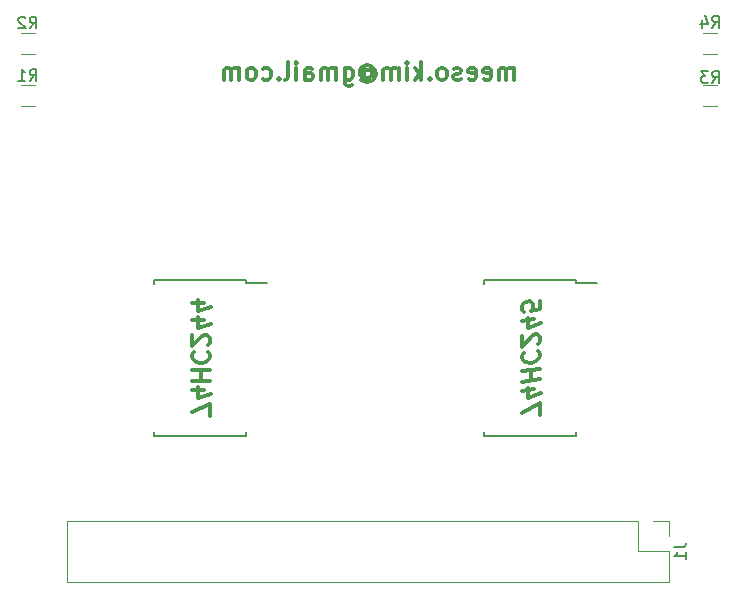
<source format=gbr>
G04 #@! TF.FileFunction,Legend,Bot*
%FSLAX46Y46*%
G04 Gerber Fmt 4.6, Leading zero omitted, Abs format (unit mm)*
G04 Created by KiCad (PCBNEW 4.0.7) date 03/01/18 16:16:53*
%MOMM*%
%LPD*%
G01*
G04 APERTURE LIST*
%ADD10C,0.100000*%
%ADD11C,0.300000*%
%ADD12C,0.375000*%
%ADD13C,0.120000*%
%ADD14C,0.150000*%
G04 APERTURE END LIST*
D10*
D11*
X137698214Y-74211571D02*
X137698214Y-73211571D01*
X137698214Y-73354429D02*
X137626786Y-73283000D01*
X137483928Y-73211571D01*
X137269643Y-73211571D01*
X137126786Y-73283000D01*
X137055357Y-73425857D01*
X137055357Y-74211571D01*
X137055357Y-73425857D02*
X136983928Y-73283000D01*
X136841071Y-73211571D01*
X136626786Y-73211571D01*
X136483928Y-73283000D01*
X136412500Y-73425857D01*
X136412500Y-74211571D01*
X135126786Y-74140143D02*
X135269643Y-74211571D01*
X135555357Y-74211571D01*
X135698214Y-74140143D01*
X135769643Y-73997286D01*
X135769643Y-73425857D01*
X135698214Y-73283000D01*
X135555357Y-73211571D01*
X135269643Y-73211571D01*
X135126786Y-73283000D01*
X135055357Y-73425857D01*
X135055357Y-73568714D01*
X135769643Y-73711571D01*
X133841072Y-74140143D02*
X133983929Y-74211571D01*
X134269643Y-74211571D01*
X134412500Y-74140143D01*
X134483929Y-73997286D01*
X134483929Y-73425857D01*
X134412500Y-73283000D01*
X134269643Y-73211571D01*
X133983929Y-73211571D01*
X133841072Y-73283000D01*
X133769643Y-73425857D01*
X133769643Y-73568714D01*
X134483929Y-73711571D01*
X133198215Y-74140143D02*
X133055358Y-74211571D01*
X132769643Y-74211571D01*
X132626786Y-74140143D01*
X132555358Y-73997286D01*
X132555358Y-73925857D01*
X132626786Y-73783000D01*
X132769643Y-73711571D01*
X132983929Y-73711571D01*
X133126786Y-73640143D01*
X133198215Y-73497286D01*
X133198215Y-73425857D01*
X133126786Y-73283000D01*
X132983929Y-73211571D01*
X132769643Y-73211571D01*
X132626786Y-73283000D01*
X131698214Y-74211571D02*
X131841072Y-74140143D01*
X131912500Y-74068714D01*
X131983929Y-73925857D01*
X131983929Y-73497286D01*
X131912500Y-73354429D01*
X131841072Y-73283000D01*
X131698214Y-73211571D01*
X131483929Y-73211571D01*
X131341072Y-73283000D01*
X131269643Y-73354429D01*
X131198214Y-73497286D01*
X131198214Y-73925857D01*
X131269643Y-74068714D01*
X131341072Y-74140143D01*
X131483929Y-74211571D01*
X131698214Y-74211571D01*
X130555357Y-74068714D02*
X130483929Y-74140143D01*
X130555357Y-74211571D01*
X130626786Y-74140143D01*
X130555357Y-74068714D01*
X130555357Y-74211571D01*
X129841071Y-74211571D02*
X129841071Y-72711571D01*
X129698214Y-73640143D02*
X129269643Y-74211571D01*
X129269643Y-73211571D02*
X129841071Y-73783000D01*
X128626785Y-74211571D02*
X128626785Y-73211571D01*
X128626785Y-72711571D02*
X128698214Y-72783000D01*
X128626785Y-72854429D01*
X128555357Y-72783000D01*
X128626785Y-72711571D01*
X128626785Y-72854429D01*
X127912499Y-74211571D02*
X127912499Y-73211571D01*
X127912499Y-73354429D02*
X127841071Y-73283000D01*
X127698213Y-73211571D01*
X127483928Y-73211571D01*
X127341071Y-73283000D01*
X127269642Y-73425857D01*
X127269642Y-74211571D01*
X127269642Y-73425857D02*
X127198213Y-73283000D01*
X127055356Y-73211571D01*
X126841071Y-73211571D01*
X126698213Y-73283000D01*
X126626785Y-73425857D01*
X126626785Y-74211571D01*
X124983928Y-73497286D02*
X125055356Y-73425857D01*
X125198213Y-73354429D01*
X125341071Y-73354429D01*
X125483928Y-73425857D01*
X125555356Y-73497286D01*
X125626785Y-73640143D01*
X125626785Y-73783000D01*
X125555356Y-73925857D01*
X125483928Y-73997286D01*
X125341071Y-74068714D01*
X125198213Y-74068714D01*
X125055356Y-73997286D01*
X124983928Y-73925857D01*
X124983928Y-73354429D02*
X124983928Y-73925857D01*
X124912499Y-73997286D01*
X124841071Y-73997286D01*
X124698213Y-73925857D01*
X124626785Y-73783000D01*
X124626785Y-73425857D01*
X124769642Y-73211571D01*
X124983928Y-73068714D01*
X125269642Y-72997286D01*
X125555356Y-73068714D01*
X125769642Y-73211571D01*
X125912499Y-73425857D01*
X125983928Y-73711571D01*
X125912499Y-73997286D01*
X125769642Y-74211571D01*
X125555356Y-74354429D01*
X125269642Y-74425857D01*
X124983928Y-74354429D01*
X124769642Y-74211571D01*
X123341071Y-73211571D02*
X123341071Y-74425857D01*
X123412500Y-74568714D01*
X123483928Y-74640143D01*
X123626785Y-74711571D01*
X123841071Y-74711571D01*
X123983928Y-74640143D01*
X123341071Y-74140143D02*
X123483928Y-74211571D01*
X123769642Y-74211571D01*
X123912500Y-74140143D01*
X123983928Y-74068714D01*
X124055357Y-73925857D01*
X124055357Y-73497286D01*
X123983928Y-73354429D01*
X123912500Y-73283000D01*
X123769642Y-73211571D01*
X123483928Y-73211571D01*
X123341071Y-73283000D01*
X122626785Y-74211571D02*
X122626785Y-73211571D01*
X122626785Y-73354429D02*
X122555357Y-73283000D01*
X122412499Y-73211571D01*
X122198214Y-73211571D01*
X122055357Y-73283000D01*
X121983928Y-73425857D01*
X121983928Y-74211571D01*
X121983928Y-73425857D02*
X121912499Y-73283000D01*
X121769642Y-73211571D01*
X121555357Y-73211571D01*
X121412499Y-73283000D01*
X121341071Y-73425857D01*
X121341071Y-74211571D01*
X119983928Y-74211571D02*
X119983928Y-73425857D01*
X120055357Y-73283000D01*
X120198214Y-73211571D01*
X120483928Y-73211571D01*
X120626785Y-73283000D01*
X119983928Y-74140143D02*
X120126785Y-74211571D01*
X120483928Y-74211571D01*
X120626785Y-74140143D01*
X120698214Y-73997286D01*
X120698214Y-73854429D01*
X120626785Y-73711571D01*
X120483928Y-73640143D01*
X120126785Y-73640143D01*
X119983928Y-73568714D01*
X119269642Y-74211571D02*
X119269642Y-73211571D01*
X119269642Y-72711571D02*
X119341071Y-72783000D01*
X119269642Y-72854429D01*
X119198214Y-72783000D01*
X119269642Y-72711571D01*
X119269642Y-72854429D01*
X118341070Y-74211571D02*
X118483928Y-74140143D01*
X118555356Y-73997286D01*
X118555356Y-72711571D01*
X117769642Y-74068714D02*
X117698214Y-74140143D01*
X117769642Y-74211571D01*
X117841071Y-74140143D01*
X117769642Y-74068714D01*
X117769642Y-74211571D01*
X116412499Y-74140143D02*
X116555356Y-74211571D01*
X116841070Y-74211571D01*
X116983928Y-74140143D01*
X117055356Y-74068714D01*
X117126785Y-73925857D01*
X117126785Y-73497286D01*
X117055356Y-73354429D01*
X116983928Y-73283000D01*
X116841070Y-73211571D01*
X116555356Y-73211571D01*
X116412499Y-73283000D01*
X115555356Y-74211571D02*
X115698214Y-74140143D01*
X115769642Y-74068714D01*
X115841071Y-73925857D01*
X115841071Y-73497286D01*
X115769642Y-73354429D01*
X115698214Y-73283000D01*
X115555356Y-73211571D01*
X115341071Y-73211571D01*
X115198214Y-73283000D01*
X115126785Y-73354429D01*
X115055356Y-73497286D01*
X115055356Y-73925857D01*
X115126785Y-74068714D01*
X115198214Y-74140143D01*
X115341071Y-74211571D01*
X115555356Y-74211571D01*
X114412499Y-74211571D02*
X114412499Y-73211571D01*
X114412499Y-73354429D02*
X114341071Y-73283000D01*
X114198213Y-73211571D01*
X113983928Y-73211571D01*
X113841071Y-73283000D01*
X113769642Y-73425857D01*
X113769642Y-74211571D01*
X113769642Y-73425857D02*
X113698213Y-73283000D01*
X113555356Y-73211571D01*
X113341071Y-73211571D01*
X113198213Y-73283000D01*
X113126785Y-73425857D01*
X113126785Y-74211571D01*
X111946429Y-102682856D02*
X111946429Y-101682856D01*
X110446429Y-102325713D01*
X111446429Y-100468571D02*
X110446429Y-100468571D01*
X112017857Y-100825714D02*
X110946429Y-101182857D01*
X110946429Y-100254285D01*
X110446429Y-99682857D02*
X111946429Y-99682857D01*
X111232143Y-99682857D02*
X111232143Y-98825714D01*
X110446429Y-98825714D02*
X111946429Y-98825714D01*
X110589286Y-97254285D02*
X110517857Y-97325714D01*
X110446429Y-97540000D01*
X110446429Y-97682857D01*
X110517857Y-97897142D01*
X110660714Y-98040000D01*
X110803571Y-98111428D01*
X111089286Y-98182857D01*
X111303571Y-98182857D01*
X111589286Y-98111428D01*
X111732143Y-98040000D01*
X111875000Y-97897142D01*
X111946429Y-97682857D01*
X111946429Y-97540000D01*
X111875000Y-97325714D01*
X111803571Y-97254285D01*
X111803571Y-96682857D02*
X111875000Y-96611428D01*
X111946429Y-96468571D01*
X111946429Y-96111428D01*
X111875000Y-95968571D01*
X111803571Y-95897142D01*
X111660714Y-95825714D01*
X111517857Y-95825714D01*
X111303571Y-95897142D01*
X110446429Y-96754285D01*
X110446429Y-95825714D01*
X111446429Y-94540000D02*
X110446429Y-94540000D01*
X112017857Y-94897143D02*
X110946429Y-95254286D01*
X110946429Y-94325714D01*
X111446429Y-93111429D02*
X110446429Y-93111429D01*
X112017857Y-93468572D02*
X110946429Y-93825715D01*
X110946429Y-92897143D01*
D12*
X139886429Y-102580177D02*
X139886429Y-101580177D01*
X138386429Y-102410534D01*
X139386429Y-100428392D02*
X138386429Y-100553392D01*
X139957857Y-100714107D02*
X138886429Y-101205178D01*
X138886429Y-100276606D01*
X138386429Y-99767678D02*
X139886429Y-99580178D01*
X139172143Y-99669464D02*
X139172143Y-98812321D01*
X138386429Y-98910535D02*
X139886429Y-98723035D01*
X138529286Y-97321249D02*
X138457857Y-97401607D01*
X138386429Y-97624821D01*
X138386429Y-97767678D01*
X138457857Y-97973035D01*
X138600714Y-98098036D01*
X138743571Y-98151607D01*
X139029286Y-98187321D01*
X139243571Y-98160536D01*
X139529286Y-98053392D01*
X139672143Y-97964107D01*
X139815000Y-97803392D01*
X139886429Y-97580178D01*
X139886429Y-97437321D01*
X139815000Y-97231964D01*
X139743571Y-97169464D01*
X139743571Y-96598036D02*
X139815000Y-96517678D01*
X139886429Y-96365892D01*
X139886429Y-96008749D01*
X139815000Y-95874821D01*
X139743571Y-95812321D01*
X139600714Y-95758750D01*
X139457857Y-95776607D01*
X139243571Y-95874821D01*
X138386429Y-96839106D01*
X138386429Y-95910535D01*
X139386429Y-94499821D02*
X138386429Y-94624821D01*
X139957857Y-94785536D02*
X138886429Y-95276607D01*
X138886429Y-94348035D01*
X139886429Y-92937321D02*
X139886429Y-93651607D01*
X139172143Y-93812322D01*
X139243571Y-93731965D01*
X139315000Y-93580179D01*
X139315000Y-93223036D01*
X139243571Y-93089108D01*
X139172143Y-93026607D01*
X139029286Y-92973036D01*
X138672143Y-93017679D01*
X138529286Y-93106964D01*
X138457857Y-93187322D01*
X138386429Y-93339107D01*
X138386429Y-93696250D01*
X138457857Y-93830179D01*
X138529286Y-93892679D01*
D13*
X148184000Y-111548000D02*
X99864000Y-111548000D01*
X99864000Y-111548000D02*
X99864000Y-116748000D01*
X99864000Y-116748000D02*
X150784000Y-116748000D01*
X150784000Y-116748000D02*
X150784000Y-114148000D01*
X150784000Y-114148000D02*
X148184000Y-114148000D01*
X148184000Y-114148000D02*
X148184000Y-111548000D01*
X149454000Y-111548000D02*
X150784000Y-111548000D01*
X150784000Y-111548000D02*
X150784000Y-112818000D01*
X95920000Y-76445000D02*
X97120000Y-76445000D01*
X97120000Y-74685000D02*
X95920000Y-74685000D01*
X95920000Y-72000000D02*
X97120000Y-72000000D01*
X97120000Y-70240000D02*
X95920000Y-70240000D01*
X154905000Y-74685000D02*
X153705000Y-74685000D01*
X153705000Y-76445000D02*
X154905000Y-76445000D01*
X154905000Y-70240000D02*
X153705000Y-70240000D01*
X153705000Y-72000000D02*
X154905000Y-72000000D01*
D14*
X142940000Y-91215000D02*
X142940000Y-91465000D01*
X135190000Y-91215000D02*
X135190000Y-91550000D01*
X135190000Y-104365000D02*
X135190000Y-104030000D01*
X142940000Y-104365000D02*
X142940000Y-104030000D01*
X142940000Y-91215000D02*
X135190000Y-91215000D01*
X142940000Y-104365000D02*
X135190000Y-104365000D01*
X142940000Y-91465000D02*
X144740000Y-91465000D01*
X115000000Y-91215000D02*
X115000000Y-91465000D01*
X107250000Y-91215000D02*
X107250000Y-91550000D01*
X107250000Y-104365000D02*
X107250000Y-104030000D01*
X115000000Y-104365000D02*
X115000000Y-104030000D01*
X115000000Y-91215000D02*
X107250000Y-91215000D01*
X115000000Y-104365000D02*
X107250000Y-104365000D01*
X115000000Y-91465000D02*
X116800000Y-91465000D01*
X151236381Y-113814667D02*
X151950667Y-113814667D01*
X152093524Y-113767047D01*
X152188762Y-113671809D01*
X152236381Y-113528952D01*
X152236381Y-113433714D01*
X152236381Y-114814667D02*
X152236381Y-114243238D01*
X152236381Y-114528952D02*
X151236381Y-114528952D01*
X151379238Y-114433714D01*
X151474476Y-114338476D01*
X151522095Y-114243238D01*
X96686666Y-74317381D02*
X97020000Y-73841190D01*
X97258095Y-74317381D02*
X97258095Y-73317381D01*
X96877142Y-73317381D01*
X96781904Y-73365000D01*
X96734285Y-73412619D01*
X96686666Y-73507857D01*
X96686666Y-73650714D01*
X96734285Y-73745952D01*
X96781904Y-73793571D01*
X96877142Y-73841190D01*
X97258095Y-73841190D01*
X95734285Y-74317381D02*
X96305714Y-74317381D01*
X96020000Y-74317381D02*
X96020000Y-73317381D01*
X96115238Y-73460238D01*
X96210476Y-73555476D01*
X96305714Y-73603095D01*
X96686666Y-69872381D02*
X97020000Y-69396190D01*
X97258095Y-69872381D02*
X97258095Y-68872381D01*
X96877142Y-68872381D01*
X96781904Y-68920000D01*
X96734285Y-68967619D01*
X96686666Y-69062857D01*
X96686666Y-69205714D01*
X96734285Y-69300952D01*
X96781904Y-69348571D01*
X96877142Y-69396190D01*
X97258095Y-69396190D01*
X96305714Y-68967619D02*
X96258095Y-68920000D01*
X96162857Y-68872381D01*
X95924761Y-68872381D01*
X95829523Y-68920000D01*
X95781904Y-68967619D01*
X95734285Y-69062857D01*
X95734285Y-69158095D01*
X95781904Y-69300952D01*
X96353333Y-69872381D01*
X95734285Y-69872381D01*
X154471666Y-74493381D02*
X154805000Y-74017190D01*
X155043095Y-74493381D02*
X155043095Y-73493381D01*
X154662142Y-73493381D01*
X154566904Y-73541000D01*
X154519285Y-73588619D01*
X154471666Y-73683857D01*
X154471666Y-73826714D01*
X154519285Y-73921952D01*
X154566904Y-73969571D01*
X154662142Y-74017190D01*
X155043095Y-74017190D01*
X154138333Y-73493381D02*
X153519285Y-73493381D01*
X153852619Y-73874333D01*
X153709761Y-73874333D01*
X153614523Y-73921952D01*
X153566904Y-73969571D01*
X153519285Y-74064810D01*
X153519285Y-74302905D01*
X153566904Y-74398143D01*
X153614523Y-74445762D01*
X153709761Y-74493381D01*
X153995476Y-74493381D01*
X154090714Y-74445762D01*
X154138333Y-74398143D01*
X154471666Y-69794381D02*
X154805000Y-69318190D01*
X155043095Y-69794381D02*
X155043095Y-68794381D01*
X154662142Y-68794381D01*
X154566904Y-68842000D01*
X154519285Y-68889619D01*
X154471666Y-68984857D01*
X154471666Y-69127714D01*
X154519285Y-69222952D01*
X154566904Y-69270571D01*
X154662142Y-69318190D01*
X155043095Y-69318190D01*
X153614523Y-69127714D02*
X153614523Y-69794381D01*
X153852619Y-68746762D02*
X154090714Y-69461048D01*
X153471666Y-69461048D01*
M02*

</source>
